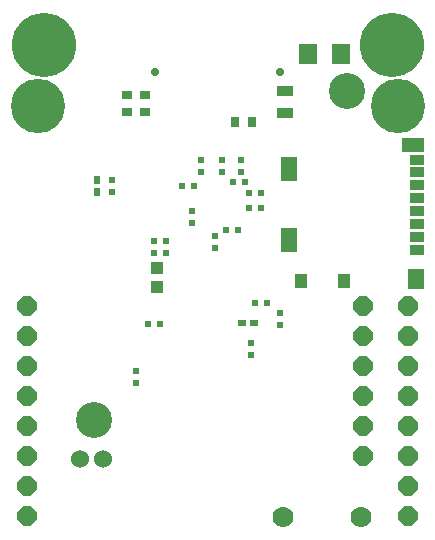
<source format=gbs>
G04 Layer_Color=16711935*
%FSLAX25Y25*%
%MOIN*%
G70*
G01*
G75*
%ADD92C,0.06000*%
%ADD131C,0.12000*%
%ADD136R,0.02900X0.03400*%
%ADD137R,0.03400X0.02900*%
%ADD140R,0.02400X0.02400*%
%ADD153R,0.05200X0.03600*%
%ADD162C,0.18117*%
%ADD163C,0.07000*%
%ADD164P,0.06927X8X22.5*%
%ADD165C,0.02800*%
%ADD166C,0.21400*%
%ADD167R,0.04337X0.05124*%
%ADD168R,0.05715X0.07880*%
%ADD169R,0.07487X0.05006*%
%ADD170R,0.04731X0.03353*%
%ADD171R,0.04731X0.03746*%
%ADD172R,0.05715X0.06502*%
%ADD173R,0.02600X0.02400*%
%ADD174R,0.02400X0.02400*%
%ADD175R,0.04400X0.04400*%
%ADD176R,0.02400X0.02600*%
%ADD177R,0.06000X0.06700*%
D92*
X31937Y25000D02*
D03*
X24000D02*
D03*
D131*
X113076Y147669D02*
D03*
X28676Y37969D02*
D03*
D136*
X75876Y137169D02*
D03*
X81376D02*
D03*
D137*
X39876Y140769D02*
D03*
Y146269D02*
D03*
X45676Y140769D02*
D03*
Y146269D02*
D03*
D140*
X81176Y63469D02*
D03*
Y59469D02*
D03*
X90676Y69469D02*
D03*
Y73469D02*
D03*
X42976Y50169D02*
D03*
Y54169D02*
D03*
X71576Y124669D02*
D03*
Y120669D02*
D03*
X34876Y113969D02*
D03*
X34876Y117969D02*
D03*
X52976Y93469D02*
D03*
X52976Y97469D02*
D03*
X77676Y124669D02*
D03*
Y120669D02*
D03*
X64576Y124669D02*
D03*
Y120669D02*
D03*
X48776Y93469D02*
D03*
X48776Y97469D02*
D03*
X69176Y95169D02*
D03*
Y99169D02*
D03*
X61376Y103669D02*
D03*
Y107669D02*
D03*
D153*
X92476Y140426D02*
D03*
X92476Y147569D02*
D03*
D162*
X130000Y142500D02*
D03*
X10000D02*
D03*
D163*
X117974Y5737D02*
D03*
X91982D02*
D03*
D164*
X118500Y76000D02*
D03*
Y66000D02*
D03*
Y56000D02*
D03*
Y46000D02*
D03*
Y36000D02*
D03*
Y26000D02*
D03*
X6500Y76000D02*
D03*
Y66000D02*
D03*
Y56000D02*
D03*
Y46000D02*
D03*
Y36000D02*
D03*
Y26000D02*
D03*
Y16000D02*
D03*
Y6000D02*
D03*
X133500Y76000D02*
D03*
Y66000D02*
D03*
Y56000D02*
D03*
Y46000D02*
D03*
Y36000D02*
D03*
Y26000D02*
D03*
Y16000D02*
D03*
Y6000D02*
D03*
D165*
X90900Y154095D02*
D03*
X49134D02*
D03*
D166*
X12000Y163000D02*
D03*
X128000D02*
D03*
D167*
X112303Y84280D02*
D03*
X97736D02*
D03*
D168*
X93898Y98059D02*
D03*
Y121563D02*
D03*
D169*
X135138Y129535D02*
D03*
D170*
X136516Y124772D02*
D03*
D171*
Y120638D02*
D03*
Y116307D02*
D03*
Y111976D02*
D03*
Y107646D02*
D03*
Y103315D02*
D03*
Y98984D02*
D03*
Y94654D02*
D03*
D172*
X136024Y84968D02*
D03*
D173*
X82076Y70169D02*
D03*
X78176D02*
D03*
D174*
X58276Y116069D02*
D03*
X62276D02*
D03*
X72776Y101169D02*
D03*
X76776D02*
D03*
X75076Y117369D02*
D03*
X79076D02*
D03*
X84376Y113669D02*
D03*
X80376D02*
D03*
X84376Y108624D02*
D03*
X80376D02*
D03*
X86476Y76969D02*
D03*
X82476D02*
D03*
X46876Y70069D02*
D03*
X50876D02*
D03*
D175*
X49876Y88469D02*
D03*
Y82119D02*
D03*
D176*
X29976Y113969D02*
D03*
X29976Y117869D02*
D03*
D177*
X100064Y159869D02*
D03*
X111176D02*
D03*
M02*

</source>
